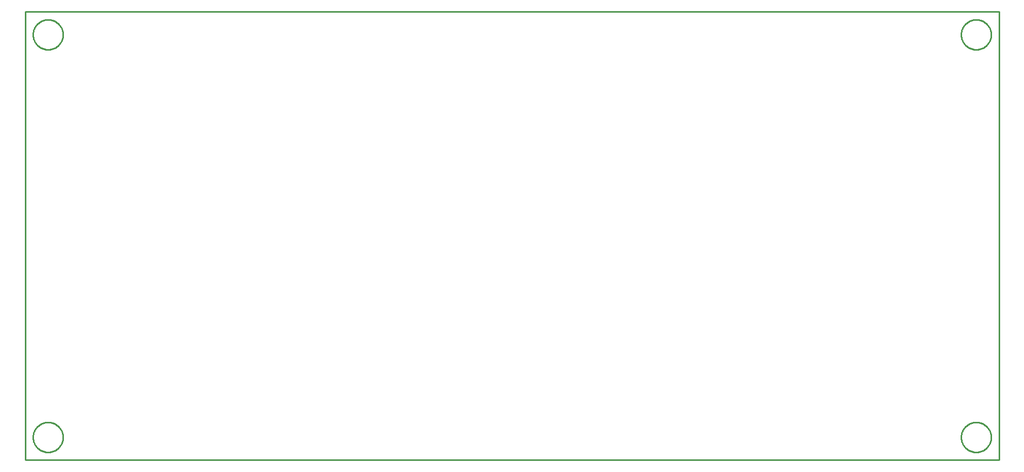
<source format=gbr>
G04 EAGLE Gerber RS-274X export*
G75*
%MOMM*%
%FSLAX34Y34*%
%LPD*%
%IN*%
%IPPOS*%
%AMOC8*
5,1,8,0,0,1.08239X$1,22.5*%
G01*
%ADD10C,0.254000*%


D10*
X0Y0D02*
X1625600Y0D01*
X1625600Y749300D01*
X0Y749300D01*
X0Y0D01*
X1612500Y37399D02*
X1612421Y35998D01*
X1612264Y34604D01*
X1612029Y33221D01*
X1611717Y31853D01*
X1611329Y30505D01*
X1610865Y29181D01*
X1610329Y27885D01*
X1609720Y26621D01*
X1609041Y25393D01*
X1608295Y24205D01*
X1607483Y23061D01*
X1606608Y21964D01*
X1605674Y20918D01*
X1604682Y19926D01*
X1603636Y18992D01*
X1602539Y18117D01*
X1601395Y17305D01*
X1600207Y16559D01*
X1598979Y15880D01*
X1597715Y15271D01*
X1596419Y14735D01*
X1595095Y14271D01*
X1593747Y13883D01*
X1592379Y13571D01*
X1590996Y13336D01*
X1589602Y13179D01*
X1588201Y13100D01*
X1586799Y13100D01*
X1585398Y13179D01*
X1584004Y13336D01*
X1582621Y13571D01*
X1581253Y13883D01*
X1579905Y14271D01*
X1578581Y14735D01*
X1577285Y15271D01*
X1576021Y15880D01*
X1574793Y16559D01*
X1573605Y17305D01*
X1572461Y18117D01*
X1571364Y18992D01*
X1570318Y19926D01*
X1569326Y20918D01*
X1568392Y21964D01*
X1567517Y23061D01*
X1566705Y24205D01*
X1565959Y25393D01*
X1565280Y26621D01*
X1564671Y27885D01*
X1564135Y29181D01*
X1563671Y30505D01*
X1563283Y31853D01*
X1562971Y33221D01*
X1562736Y34604D01*
X1562579Y35998D01*
X1562500Y37399D01*
X1562500Y38801D01*
X1562579Y40202D01*
X1562736Y41596D01*
X1562971Y42979D01*
X1563283Y44347D01*
X1563671Y45695D01*
X1564135Y47019D01*
X1564671Y48315D01*
X1565280Y49579D01*
X1565959Y50807D01*
X1566705Y51995D01*
X1567517Y53139D01*
X1568392Y54236D01*
X1569326Y55282D01*
X1570318Y56274D01*
X1571364Y57208D01*
X1572461Y58083D01*
X1573605Y58895D01*
X1574793Y59641D01*
X1576021Y60320D01*
X1577285Y60929D01*
X1578581Y61465D01*
X1579905Y61929D01*
X1581253Y62317D01*
X1582621Y62629D01*
X1584004Y62864D01*
X1585398Y63021D01*
X1586799Y63100D01*
X1588201Y63100D01*
X1589602Y63021D01*
X1590996Y62864D01*
X1592379Y62629D01*
X1593747Y62317D01*
X1595095Y61929D01*
X1596419Y61465D01*
X1597715Y60929D01*
X1598979Y60320D01*
X1600207Y59641D01*
X1601395Y58895D01*
X1602539Y58083D01*
X1603636Y57208D01*
X1604682Y56274D01*
X1605674Y55282D01*
X1606608Y54236D01*
X1607483Y53139D01*
X1608295Y51995D01*
X1609041Y50807D01*
X1609720Y49579D01*
X1610329Y48315D01*
X1610865Y47019D01*
X1611329Y45695D01*
X1611717Y44347D01*
X1612029Y42979D01*
X1612264Y41596D01*
X1612421Y40202D01*
X1612500Y38801D01*
X1612500Y37399D01*
X1612500Y710499D02*
X1612421Y709098D01*
X1612264Y707704D01*
X1612029Y706321D01*
X1611717Y704953D01*
X1611329Y703605D01*
X1610865Y702281D01*
X1610329Y700985D01*
X1609720Y699721D01*
X1609041Y698493D01*
X1608295Y697305D01*
X1607483Y696161D01*
X1606608Y695064D01*
X1605674Y694018D01*
X1604682Y693026D01*
X1603636Y692092D01*
X1602539Y691217D01*
X1601395Y690405D01*
X1600207Y689659D01*
X1598979Y688980D01*
X1597715Y688371D01*
X1596419Y687835D01*
X1595095Y687371D01*
X1593747Y686983D01*
X1592379Y686671D01*
X1590996Y686436D01*
X1589602Y686279D01*
X1588201Y686200D01*
X1586799Y686200D01*
X1585398Y686279D01*
X1584004Y686436D01*
X1582621Y686671D01*
X1581253Y686983D01*
X1579905Y687371D01*
X1578581Y687835D01*
X1577285Y688371D01*
X1576021Y688980D01*
X1574793Y689659D01*
X1573605Y690405D01*
X1572461Y691217D01*
X1571364Y692092D01*
X1570318Y693026D01*
X1569326Y694018D01*
X1568392Y695064D01*
X1567517Y696161D01*
X1566705Y697305D01*
X1565959Y698493D01*
X1565280Y699721D01*
X1564671Y700985D01*
X1564135Y702281D01*
X1563671Y703605D01*
X1563283Y704953D01*
X1562971Y706321D01*
X1562736Y707704D01*
X1562579Y709098D01*
X1562500Y710499D01*
X1562500Y711901D01*
X1562579Y713302D01*
X1562736Y714696D01*
X1562971Y716079D01*
X1563283Y717447D01*
X1563671Y718795D01*
X1564135Y720119D01*
X1564671Y721415D01*
X1565280Y722679D01*
X1565959Y723907D01*
X1566705Y725095D01*
X1567517Y726239D01*
X1568392Y727336D01*
X1569326Y728382D01*
X1570318Y729374D01*
X1571364Y730308D01*
X1572461Y731183D01*
X1573605Y731995D01*
X1574793Y732741D01*
X1576021Y733420D01*
X1577285Y734029D01*
X1578581Y734565D01*
X1579905Y735029D01*
X1581253Y735417D01*
X1582621Y735729D01*
X1584004Y735964D01*
X1585398Y736121D01*
X1586799Y736200D01*
X1588201Y736200D01*
X1589602Y736121D01*
X1590996Y735964D01*
X1592379Y735729D01*
X1593747Y735417D01*
X1595095Y735029D01*
X1596419Y734565D01*
X1597715Y734029D01*
X1598979Y733420D01*
X1600207Y732741D01*
X1601395Y731995D01*
X1602539Y731183D01*
X1603636Y730308D01*
X1604682Y729374D01*
X1605674Y728382D01*
X1606608Y727336D01*
X1607483Y726239D01*
X1608295Y725095D01*
X1609041Y723907D01*
X1609720Y722679D01*
X1610329Y721415D01*
X1610865Y720119D01*
X1611329Y718795D01*
X1611717Y717447D01*
X1612029Y716079D01*
X1612264Y714696D01*
X1612421Y713302D01*
X1612500Y711901D01*
X1612500Y710499D01*
X63100Y710499D02*
X63021Y709098D01*
X62864Y707704D01*
X62629Y706321D01*
X62317Y704953D01*
X61929Y703605D01*
X61465Y702281D01*
X60929Y700985D01*
X60320Y699721D01*
X59641Y698493D01*
X58895Y697305D01*
X58083Y696161D01*
X57208Y695064D01*
X56274Y694018D01*
X55282Y693026D01*
X54236Y692092D01*
X53139Y691217D01*
X51995Y690405D01*
X50807Y689659D01*
X49579Y688980D01*
X48315Y688371D01*
X47019Y687835D01*
X45695Y687371D01*
X44347Y686983D01*
X42979Y686671D01*
X41596Y686436D01*
X40202Y686279D01*
X38801Y686200D01*
X37399Y686200D01*
X35998Y686279D01*
X34604Y686436D01*
X33221Y686671D01*
X31853Y686983D01*
X30505Y687371D01*
X29181Y687835D01*
X27885Y688371D01*
X26621Y688980D01*
X25393Y689659D01*
X24205Y690405D01*
X23061Y691217D01*
X21964Y692092D01*
X20918Y693026D01*
X19926Y694018D01*
X18992Y695064D01*
X18117Y696161D01*
X17305Y697305D01*
X16559Y698493D01*
X15880Y699721D01*
X15271Y700985D01*
X14735Y702281D01*
X14271Y703605D01*
X13883Y704953D01*
X13571Y706321D01*
X13336Y707704D01*
X13179Y709098D01*
X13100Y710499D01*
X13100Y711901D01*
X13179Y713302D01*
X13336Y714696D01*
X13571Y716079D01*
X13883Y717447D01*
X14271Y718795D01*
X14735Y720119D01*
X15271Y721415D01*
X15880Y722679D01*
X16559Y723907D01*
X17305Y725095D01*
X18117Y726239D01*
X18992Y727336D01*
X19926Y728382D01*
X20918Y729374D01*
X21964Y730308D01*
X23061Y731183D01*
X24205Y731995D01*
X25393Y732741D01*
X26621Y733420D01*
X27885Y734029D01*
X29181Y734565D01*
X30505Y735029D01*
X31853Y735417D01*
X33221Y735729D01*
X34604Y735964D01*
X35998Y736121D01*
X37399Y736200D01*
X38801Y736200D01*
X40202Y736121D01*
X41596Y735964D01*
X42979Y735729D01*
X44347Y735417D01*
X45695Y735029D01*
X47019Y734565D01*
X48315Y734029D01*
X49579Y733420D01*
X50807Y732741D01*
X51995Y731995D01*
X53139Y731183D01*
X54236Y730308D01*
X55282Y729374D01*
X56274Y728382D01*
X57208Y727336D01*
X58083Y726239D01*
X58895Y725095D01*
X59641Y723907D01*
X60320Y722679D01*
X60929Y721415D01*
X61465Y720119D01*
X61929Y718795D01*
X62317Y717447D01*
X62629Y716079D01*
X62864Y714696D01*
X63021Y713302D01*
X63100Y711901D01*
X63100Y710499D01*
X63100Y37399D02*
X63021Y35998D01*
X62864Y34604D01*
X62629Y33221D01*
X62317Y31853D01*
X61929Y30505D01*
X61465Y29181D01*
X60929Y27885D01*
X60320Y26621D01*
X59641Y25393D01*
X58895Y24205D01*
X58083Y23061D01*
X57208Y21964D01*
X56274Y20918D01*
X55282Y19926D01*
X54236Y18992D01*
X53139Y18117D01*
X51995Y17305D01*
X50807Y16559D01*
X49579Y15880D01*
X48315Y15271D01*
X47019Y14735D01*
X45695Y14271D01*
X44347Y13883D01*
X42979Y13571D01*
X41596Y13336D01*
X40202Y13179D01*
X38801Y13100D01*
X37399Y13100D01*
X35998Y13179D01*
X34604Y13336D01*
X33221Y13571D01*
X31853Y13883D01*
X30505Y14271D01*
X29181Y14735D01*
X27885Y15271D01*
X26621Y15880D01*
X25393Y16559D01*
X24205Y17305D01*
X23061Y18117D01*
X21964Y18992D01*
X20918Y19926D01*
X19926Y20918D01*
X18992Y21964D01*
X18117Y23061D01*
X17305Y24205D01*
X16559Y25393D01*
X15880Y26621D01*
X15271Y27885D01*
X14735Y29181D01*
X14271Y30505D01*
X13883Y31853D01*
X13571Y33221D01*
X13336Y34604D01*
X13179Y35998D01*
X13100Y37399D01*
X13100Y38801D01*
X13179Y40202D01*
X13336Y41596D01*
X13571Y42979D01*
X13883Y44347D01*
X14271Y45695D01*
X14735Y47019D01*
X15271Y48315D01*
X15880Y49579D01*
X16559Y50807D01*
X17305Y51995D01*
X18117Y53139D01*
X18992Y54236D01*
X19926Y55282D01*
X20918Y56274D01*
X21964Y57208D01*
X23061Y58083D01*
X24205Y58895D01*
X25393Y59641D01*
X26621Y60320D01*
X27885Y60929D01*
X29181Y61465D01*
X30505Y61929D01*
X31853Y62317D01*
X33221Y62629D01*
X34604Y62864D01*
X35998Y63021D01*
X37399Y63100D01*
X38801Y63100D01*
X40202Y63021D01*
X41596Y62864D01*
X42979Y62629D01*
X44347Y62317D01*
X45695Y61929D01*
X47019Y61465D01*
X48315Y60929D01*
X49579Y60320D01*
X50807Y59641D01*
X51995Y58895D01*
X53139Y58083D01*
X54236Y57208D01*
X55282Y56274D01*
X56274Y55282D01*
X57208Y54236D01*
X58083Y53139D01*
X58895Y51995D01*
X59641Y50807D01*
X60320Y49579D01*
X60929Y48315D01*
X61465Y47019D01*
X61929Y45695D01*
X62317Y44347D01*
X62629Y42979D01*
X62864Y41596D01*
X63021Y40202D01*
X63100Y38801D01*
X63100Y37399D01*
M02*

</source>
